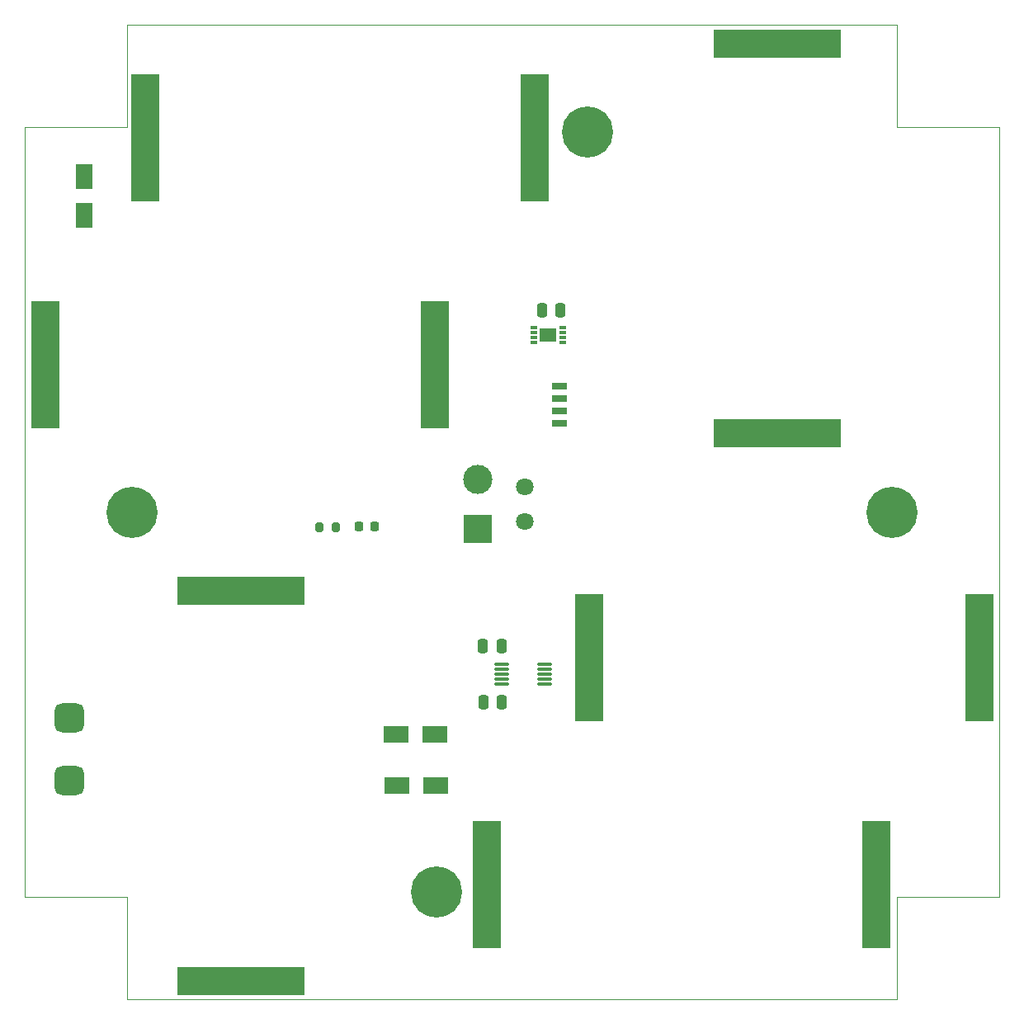
<source format=gbr>
%TF.GenerationSoftware,KiCad,Pcbnew,(6.0.9)*%
%TF.CreationDate,2023-03-20T12:04:43-07:00*%
%TF.ProjectId,solar-panel-side-Z,736f6c61-722d-4706-916e-656c2d736964,3.0*%
%TF.SameCoordinates,Original*%
%TF.FileFunction,Soldermask,Top*%
%TF.FilePolarity,Negative*%
%FSLAX46Y46*%
G04 Gerber Fmt 4.6, Leading zero omitted, Abs format (unit mm)*
G04 Created by KiCad (PCBNEW (6.0.9)) date 2023-03-20 12:04:43*
%MOMM*%
%LPD*%
G01*
G04 APERTURE LIST*
G04 Aperture macros list*
%AMRoundRect*
0 Rectangle with rounded corners*
0 $1 Rounding radius*
0 $2 $3 $4 $5 $6 $7 $8 $9 X,Y pos of 4 corners*
0 Add a 4 corners polygon primitive as box body*
4,1,4,$2,$3,$4,$5,$6,$7,$8,$9,$2,$3,0*
0 Add four circle primitives for the rounded corners*
1,1,$1+$1,$2,$3*
1,1,$1+$1,$4,$5*
1,1,$1+$1,$6,$7*
1,1,$1+$1,$8,$9*
0 Add four rect primitives between the rounded corners*
20,1,$1+$1,$2,$3,$4,$5,0*
20,1,$1+$1,$4,$5,$6,$7,0*
20,1,$1+$1,$6,$7,$8,$9,0*
20,1,$1+$1,$8,$9,$2,$3,0*%
G04 Aperture macros list end*
%TA.AperFunction,Profile*%
%ADD10C,0.050000*%
%TD*%
%ADD11R,3.000000X3.000000*%
%ADD12C,3.000000*%
%ADD13C,5.250000*%
%ADD14R,2.500000X1.700000*%
%ADD15RoundRect,0.750000X-0.750000X-0.750000X0.750000X-0.750000X0.750000X0.750000X-0.750000X0.750000X0*%
%ADD16RoundRect,0.218750X0.218750X0.256250X-0.218750X0.256250X-0.218750X-0.256250X0.218750X-0.256250X0*%
%ADD17RoundRect,0.250000X0.250000X0.475000X-0.250000X0.475000X-0.250000X-0.475000X0.250000X-0.475000X0*%
%ADD18R,0.750000X0.300000*%
%ADD19R,1.750000X1.450000*%
%ADD20R,3.000000X13.000000*%
%ADD21R,13.000000X3.000000*%
%ADD22RoundRect,0.200000X-0.200000X-0.275000X0.200000X-0.275000X0.200000X0.275000X-0.200000X0.275000X0*%
%ADD23RoundRect,0.075000X-0.650000X-0.075000X0.650000X-0.075000X0.650000X0.075000X-0.650000X0.075000X0*%
%ADD24R,1.600000X0.700000*%
%ADD25R,1.700000X2.500000*%
%ADD26C,1.800000*%
G04 APERTURE END LIST*
D10*
X99500000Y-45500000D02*
X110000000Y-45500000D01*
X189000000Y-135000000D02*
X110000000Y-135000000D01*
X199500000Y-124500000D02*
X189000000Y-124500000D01*
X189000000Y-45500000D02*
X199500000Y-45500000D01*
X99500000Y-124500000D02*
X99500000Y-45500000D01*
X110000000Y-135000000D02*
X110000000Y-124500000D01*
X110000000Y-35000000D02*
X189000000Y-35000000D01*
X110000000Y-124500000D02*
X99500000Y-124500000D01*
X199500000Y-45500000D02*
X199500000Y-124500000D01*
X189000000Y-35000000D02*
X189000000Y-45500000D01*
X110000000Y-45500000D02*
X110000000Y-35000000D01*
X189000000Y-124500000D02*
X189000000Y-135000000D01*
D11*
%TO.C,J3*%
X146000000Y-86710000D03*
D12*
X146000000Y-81630000D03*
%TD*%
D13*
%TO.C,J4*%
X110500000Y-85000000D03*
%TD*%
%TO.C,J5*%
X141750000Y-124000000D03*
%TD*%
%TO.C,J6*%
X157250000Y-46000000D03*
%TD*%
%TO.C,J7*%
X188500000Y-85000000D03*
%TD*%
D14*
%TO.C,D3*%
X141590000Y-107770000D03*
X137590000Y-107770000D03*
%TD*%
D15*
%TO.C,TP1*%
X104050000Y-106110000D03*
%TD*%
D16*
%TO.C,D5*%
X135390000Y-86480000D03*
X133815000Y-86480000D03*
%TD*%
D17*
%TO.C,C3*%
X148430000Y-98750000D03*
X146530000Y-98750000D03*
%TD*%
D18*
%TO.C,U3*%
X151780000Y-66080000D03*
X151780000Y-66580000D03*
X151780000Y-67080000D03*
X151780000Y-67580000D03*
X154680000Y-67580000D03*
X154680000Y-67080000D03*
X154680000Y-66580000D03*
X154680000Y-66080000D03*
D19*
X153230000Y-66830000D03*
%TD*%
D20*
%TO.C,SC5*%
X146930000Y-123240000D03*
X186930000Y-123240000D03*
%TD*%
D15*
%TO.C,TP2*%
X104080000Y-112590000D03*
%TD*%
D21*
%TO.C,SC3*%
X121720000Y-133090000D03*
X121720000Y-93090000D03*
%TD*%
D22*
%TO.C,R1*%
X129767500Y-86520000D03*
X131417500Y-86520000D03*
%TD*%
D17*
%TO.C,C2*%
X148460000Y-104540000D03*
X146560000Y-104540000D03*
%TD*%
D23*
%TO.C,U2*%
X148440000Y-100610000D03*
X148440000Y-101110000D03*
X148440000Y-101610000D03*
X148440000Y-102110000D03*
X148440000Y-102610000D03*
X152840000Y-102610000D03*
X152840000Y-102110000D03*
X152840000Y-101610000D03*
X152840000Y-101110000D03*
X152840000Y-100610000D03*
%TD*%
D14*
%TO.C,D4*%
X137680000Y-113090000D03*
X141680000Y-113090000D03*
%TD*%
D17*
%TO.C,C1*%
X154500000Y-64285000D03*
X152600000Y-64285000D03*
%TD*%
D24*
%TO.C,U1*%
X154350000Y-72095000D03*
X154350000Y-73365000D03*
X154350000Y-74635000D03*
X154350000Y-75905000D03*
%TD*%
D20*
%TO.C,SC4*%
X101620000Y-69850000D03*
X141620000Y-69850000D03*
%TD*%
%TO.C,SC6*%
X197440000Y-99920000D03*
X157440000Y-99920000D03*
%TD*%
D21*
%TO.C,SC2*%
X176760000Y-36940000D03*
X176760000Y-76940000D03*
%TD*%
D25*
%TO.C,D2*%
X105650000Y-54590000D03*
X105650000Y-50590000D03*
%TD*%
D20*
%TO.C,SC1*%
X111870000Y-46630000D03*
X151870000Y-46630000D03*
%TD*%
D26*
%TO.C,J2*%
X150850000Y-82450000D03*
X150850000Y-85950000D03*
%TD*%
M02*

</source>
